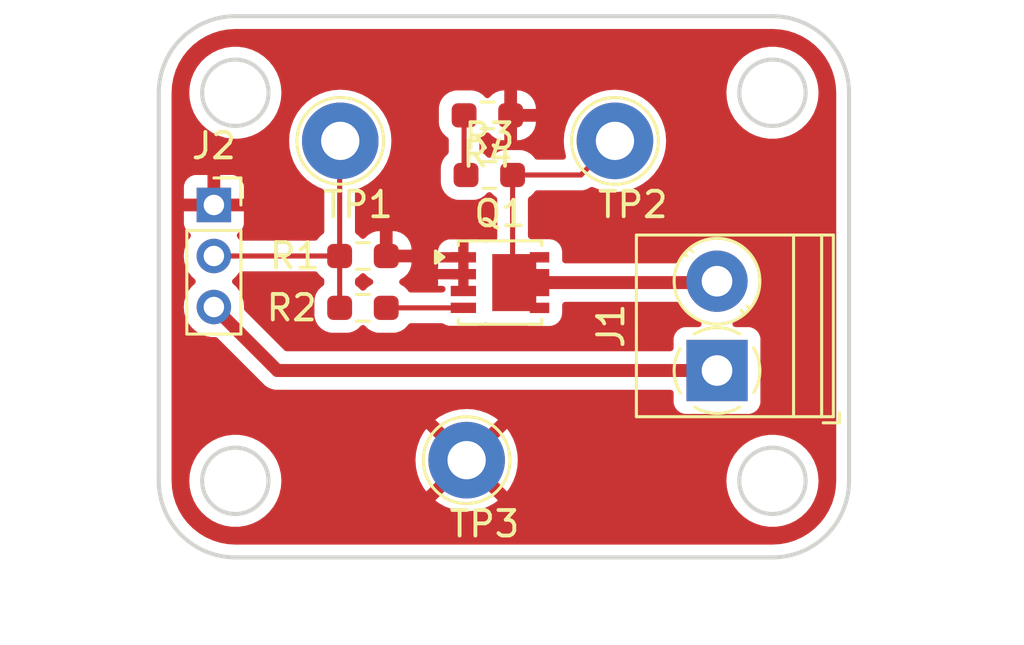
<source format=kicad_pcb>
(kicad_pcb (version 20240108) (generator "pcbnew") (generator_version "8.0")
  (layers (0 "F.Cu" signal) (31 "B.Cu" signal) (34 "B.Paste" user) (35 "F.Paste" user) (36 "B.SilkS" user "B.Silkscreen") (37 "F.SilkS" user "F.Silkscreen") (38 "B.Mask" user) (39 "F.Mask" user) (44 "Edge.Cuts" user))
  (net 0 "")
  (net 1 "+3.3V")
  (net 2 "Net-(Q1-G)")
  (net 3 "GNDD")
  (net 4 "/PyroController/Output")
  (net 5 "/PyroController/Input")
  (net 6 "Net-(R3-Pad2)")
  (footprint "Resistor_SMD:R_0603_1608Metric_Pad0.98x0.95mm_HandSolder" (layer "F.Cu") (at 36.576 29.337 180)
    (property "Reference" "R3" (at 0 1.524 0) (layer "F.SilkS"))
    (property "Value" "100K")
    (fp_line (start -0.254724 0.5225) (end 0.254724 0.5225) (stroke (width 0.12)) (layer "F.SilkS"))
    (fp_line (start -0.254724 -0.5225) (end 0.254724 -0.5225) (stroke (width 0.12)) (layer "F.SilkS"))
    (pad "1" smd roundrect (at -0.9125 0 180) (size 0.975 0.95) (layers "F.Cu" "F.Paste" "F.Mask") (net 4 "/PyroController/Output"))
    (pad "2" smd roundrect (at 0.9125 0 180) (size 0.975 0.95) (layers "F.Cu" "F.Paste" "F.Mask") (net 6 "Net-(R3-Pad2)"))
  )
  (footprint "TestPoint:TestPoint_Loop_D2.54mm_Drill1.5mm_Beaded" (layer "F.Cu") (at 41.5 28)
    (property "Reference" "TP2" (at 0.7 2.5 0) (layer "F.SilkS"))
    (property "Value" "TestPoint")
    (fp_circle (center 0 0) (end 1.7 0) (stroke (width 0.12)) (fill none) (layer "F.SilkS"))
    (pad "1" thru_hole circle (at 0 0) (size 3 3) (drill 1.5) (layers "*.Cu" "*.Mask") (net 4 "/PyroController/Output"))
  )
  (footprint "TerminalBlock_Phoenix:TerminalBlock_Phoenix_PT-1,5-2-3.5-H_1x02_P3.50mm_Horizontal" (layer "F.Cu") (at 45.5 37 90)
    (property "Reference" "J1" (at 1.75 -4.16 90) (layer "F.SilkS"))
    (property "Value" "Screw_Terminal_01x02")
    (fp_line (start 5.31 -3.16) (end 5.31 4.56) (stroke (width 0.12)) (layer "F.SilkS"))
    (fp_line (start -1.81 -3.16) (end 5.31 -3.16) (stroke (width 0.12)) (layer "F.SilkS"))
    (fp_line (start -1.81 -3.16) (end -1.81 4.56) (stroke (width 0.12)) (layer "F.SilkS"))
    (fp_line (start 4.57 -1.275) (end 4.476 -1.181) (stroke (width 0.12)) (layer "F.SilkS"))
    (fp_line (start 4.775 -1.069) (end 4.646 -0.941) (stroke (width 0.12)) (layer "F.SilkS"))
    (fp_line (start 2.355 0.941) (end 2.226 1.069) (stroke (width 0.12)) (layer "F.SilkS"))
    (fp_line (start 2.525 1.181) (end 2.431 1.274) (stroke (width 0.12)) (layer "F.SilkS"))
    (fp_line (start -1.81 3) (end 5.31 3) (stroke (width 0.12)) (layer "F.SilkS"))
    (fp_line (start -1.81 4.1) (end 5.31 4.1) (stroke (width 0.12)) (layer "F.SilkS"))
    (fp_line (start -2.05 4.16) (end -2.05 4.8) (stroke (width 0.12)) (layer "F.SilkS"))
    (fp_line (start -1.81 4.56) (end 5.31 4.56) (stroke (width 0.12)) (layer "F.SilkS"))
    (fp_line (start -2.05 4.8) (end -1.65 4.8) (stroke (width 0.12)) (layer "F.SilkS"))
    (fp_arc (start -0.889894 -1.425358) (mid -0.014012 -1.680286) (end 0.866 -1.44) (stroke (width 0.12)) (layer "F.SilkS"))
    (fp_arc (start 1.425504 -0.890193) (mid 1.680626 0.000476) (end 1.425 0.891) (stroke (width 0.12)) (layer "F.SilkS"))
    (fp_arc (start -1.425358 0.889894) (mid -1.680286 0.014012) (end -1.44 -0.866) (stroke (width 0.12)) (layer "F.SilkS"))
    (fp_arc (start 0.890264 1.424721) (mid 0.463071 1.61492) (end 0 1.68) (stroke (width 0.12)) (layer "F.SilkS"))
    (fp_arc (start 0.028674 1.680099) (mid -0.435535 1.622918) (end -0.866 1.44) (stroke (width 0.12)) (layer "F.SilkS"))
    (fp_circle (center 3.5 0) (end 5.18 0) (stroke (width 0.12)) (fill none) (layer "F.SilkS"))
    (pad "1" thru_hole rect (at 0 0 90) (size 2.4 2.4) (drill 1.2) (layers "*.Cu" "*.Mask") (net 1 "+3.3V"))
    (pad "2" thru_hole circle (at 3.5 0 90) (size 2.4 2.4) (drill 1.2) (layers "*.Cu" "*.Mask") (net 4 "/PyroController/Output"))
  )
  (footprint "TestPoint:TestPoint_Loop_D2.54mm_Drill1.5mm_Beaded" (layer "F.Cu") (at 30.734 28)
    (property "Reference" "TP1" (at 0.7 2.5 0) (layer "F.SilkS"))
    (property "Value" "TestPoint")
    (fp_circle (center 0 0) (end 1.7 0) (stroke (width 0.12)) (fill none) (layer "F.SilkS"))
    (pad "1" thru_hole circle (at 0 0) (size 3 3) (drill 1.5) (layers "*.Cu" "*.Mask") (net 5 "/PyroController/Input"))
  )
  (footprint "Connector_PinSocket_2.00mm:PinSocket_1x03_P2.00mm_Vertical" (layer "F.Cu") (at 25.781 30.512)
    (property "Reference" "J2" (at 0 -2.318 0) (layer "F.SilkS"))
    (property "Value" "Conn_01x03_Socket")
    (fp_line (start -1.06 1) (end -1.06 5.06) (stroke (width 0.12)) (layer "F.SilkS"))
    (fp_line (start -1.06 1) (end 1.06 1) (stroke (width 0.12)) (layer "F.SilkS"))
    (fp_line (start -1.06 5.06) (end 1.06 5.06) (stroke (width 0.12)) (layer "F.SilkS"))
    (fp_line (start 0 -1.06) (end 1.06 -1.06) (stroke (width 0.12)) (layer "F.SilkS"))
    (fp_line (start 1.06 -1.06) (end 1.06 0) (stroke (width 0.12)) (layer "F.SilkS"))
    (fp_line (start 1.06 1) (end 1.06 5.06) (stroke (width 0.12)) (layer "F.SilkS"))
    (pad "1" thru_hole rect (at 0 0) (size 1.35 1.35) (drill 0.8) (layers "*.Cu" "*.Mask") (net 3 "GNDD"))
    (pad "2" thru_hole oval (at 0 2) (size 1.35 1.35) (drill 0.8) (layers "*.Cu" "*.Mask") (net 5 "/PyroController/Input"))
    (pad "3" thru_hole oval (at 0 4) (size 1.35 1.35) (drill 0.8) (layers "*.Cu" "*.Mask") (net 1 "+3.3V"))
  )
  (footprint "Resistor_SMD:R_0603_1608Metric_Pad0.98x0.95mm_HandSolder" (layer "F.Cu") (at 36.5 27 180)
    (property "Reference" "R4" (at 0 -1.524 360) (layer "F.SilkS"))
    (property "Value" "27K")
    (fp_line (start -0.254724 0.5225) (end 0.254724 0.5225) (stroke (width 0.12)) (layer "F.SilkS"))
    (fp_line (start -0.254724 -0.5225) (end 0.254724 -0.5225) (stroke (width 0.12)) (layer "F.SilkS"))
    (pad "1" smd roundrect (at -0.9125 0 180) (size 0.975 0.95) (layers "F.Cu" "F.Paste" "F.Mask") (net 3 "GNDD"))
    (pad "2" smd roundrect (at 0.9125 0 180) (size 0.975 0.95) (layers "F.Cu" "F.Paste" "F.Mask") (net 6 "Net-(R3-Pad2)"))
  )
  (footprint "Package_SO:Vishay_PowerPAK_1212-8_Single" (layer "F.Cu") (at 36.995 33.554)
    (property "Reference" "Q1" (at 0 -2.7 0) (layer "F.SilkS"))
    (property "Value" "SiS454DN")
    (fp_line (start -1.635 -1.635) (end -1.635 -1.45) (stroke (width 0.12)) (layer "F.SilkS"))
    (fp_line (start -1.635 -1.635) (end 1.635 -1.635) (stroke (width 0.12)) (layer "F.SilkS"))
    (fp_line (start -1.635 1.45) (end -1.635 1.635) (stroke (width 0.12)) (layer "F.SilkS"))
    (fp_line (start -1.635 1.635) (end 1.635 1.635) (stroke (width 0.12)) (layer "F.SilkS"))
    (fp_line (start 1.635 -1.635) (end 1.635 -1.45) (stroke (width 0.12)) (layer "F.SilkS"))
    (fp_line (start 1.635 1.45) (end 1.635 1.635) (stroke (width 0.12)) (layer "F.SilkS"))
    (fp_poly (pts (xy -2.2 -1) (xy -2.53 -0.76) (xy -2.53 -1.24) (xy -2.2 -1)) (stroke (width 0.12)) (fill solid) (layer "F.SilkS"))
    (pad "1" smd rect (at -1.435 -0.99) (size 0.99 0.405) (layers "F.Cu" "F.Paste" "F.Mask") (net 3 "GNDD"))
    (pad "2" smd rect (at -1.435 -0.33) (size 0.99 0.405) (layers "F.Cu" "F.Paste" "F.Mask") (net 3 "GNDD"))
    (pad "3" smd rect (at -1.435 0.33) (size 0.99 0.405) (layers "F.Cu" "F.Paste" "F.Mask") (net 3 "GNDD"))
    (pad "4" smd rect (at -1.435 0.99) (size 0.99 0.405) (layers "F.Cu" "F.Paste" "F.Mask") (net 2 "Net-(Q1-G)"))
    (pad "5" smd custom (at 0.5575 0) (size 1.725 2.235) (layers "F.Cu" "F.Paste" "F.Mask") (net 4 "/PyroController/Output") (options (clearance outline) (anchor rect)) (primitives (gr_poly (pts (xy 1.3725 -0.7875) (xy 0.8625 -0.7875) (xy 0.8625 -0.5325) (xy 1.3725 -0.5325) (xy 1.3725 -0.1275) (xy 0.8625 -0.1275) (xy 0.8625 0.1275) (xy 1.3725 0.1275) (xy 1.3725 0.5325) (xy 0.8625 0.5325) (xy 0.8625 0.7875) (xy 1.3725 0.7875) (xy 1.3725 1.195) (xy 0.6125 1.195) (xy 0.6125 -1.195) (xy 1.3725 -1.195)) (width 0) (fill yes))))
  )
  (footprint "TestPoint:TestPoint_Loop_D2.54mm_Drill1.5mm_Beaded" (layer "F.Cu") (at 35.687 40.513)
    (property "Reference" "TP3" (at 0.7 2.5 0) (layer "F.SilkS"))
    (property "Value" "TestPoint")
    (fp_circle (center 0 0) (end 1.7 0) (stroke (width 0.12)) (fill none) (layer "F.SilkS"))
    (pad "1" thru_hole circle (at 0 0) (size 3 3) (drill 1.5) (layers "*.Cu" "*.Mask") (net 3 "GNDD"))
  )
  (footprint "Resistor_SMD:R_0603_1608Metric_Pad0.98x0.95mm_HandSolder" (layer "F.Cu") (at 31.623 32.512 180)
    (property "Reference" "R1" (at 2.667 0 0) (layer "F.SilkS"))
    (property "Value" "3.3K")
    (fp_line (start -0.254724 0.5225) (end 0.254724 0.5225) (stroke (width 0.12)) (layer "F.SilkS"))
    (fp_line (start -0.254724 -0.5225) (end 0.254724 -0.5225) (stroke (width 0.12)) (layer "F.SilkS"))
    (pad "1" smd roundrect (at -0.9125 0 180) (size 0.975 0.95) (layers "F.Cu" "F.Paste" "F.Mask") (net 3 "GNDD"))
    (pad "2" smd roundrect (at 0.9125 0 180) (size 0.975 0.95) (layers "F.Cu" "F.Paste" "F.Mask") (net 5 "/PyroController/Input"))
  )
  (footprint "Resistor_SMD:R_0603_1608Metric_Pad0.98x0.95mm_HandSolder" (layer "F.Cu") (at 31.623 34.544)
    (property "Reference" "R2" (at -2.794 0 0) (layer "F.SilkS"))
    (property "Value" "1K")
    (fp_line (start -0.254724 -0.5225) (end 0.254724 -0.5225) (stroke (width 0.12)) (layer "F.SilkS"))
    (fp_line (start -0.254724 0.5225) (end 0.254724 0.5225) (stroke (width 0.12)) (layer "F.SilkS"))
    (pad "1" smd roundrect (at -0.9125 0) (size 0.975 0.95) (layers "F.Cu" "F.Paste" "F.Mask") (net 5 "/PyroController/Input"))
    (pad "2" smd roundrect (at 0.9125 0) (size 0.975 0.95) (layers "F.Cu" "F.Paste" "F.Mask") (net 2 "Net-(Q1-G)"))
  )
  (gr_line (start 26.622 23.114) (end 47.673 23.114) (stroke (width 0.16)) (layer "Edge.Cuts"))
  (gr_circle (center 47.673 41.323) (end 46.373 41.323) (stroke (width 0.16)) (fill none) (layer "Edge.Cuts"))
  (gr_circle (center 26.622 26.114) (end 25.322 26.114) (stroke (width 0.16)) (fill none) (layer "Edge.Cuts"))
  (gr_line (start 50.673 26.114) (end 50.673 41.323) (stroke (width 0.16)) (layer "Edge.Cuts"))
  (gr_circle (center 47.673 26.114) (end 46.373 26.114) (stroke (width 0.16)) (fill none) (layer "Edge.Cuts"))
  (gr_line (start 23.622 41.323) (end 23.622 26.114) (stroke (width 0.16)) (layer "Edge.Cuts"))
  (gr_arc (start 23.622 26.114) (mid 24.50068 23.99268) (end 26.622 23.114) (stroke (width 0.16)) (layer "Edge.Cuts"))
  (gr_arc (start 47.673 23.114) (mid 49.79432 23.99268) (end 50.673 26.114) (stroke (width 0.16)) (layer "Edge.Cuts"))
  (gr_arc (start 26.622 44.323) (mid 24.50068 43.44432) (end 23.622 41.323) (stroke (width 0.16)) (layer "Edge.Cuts"))
  (gr_circle (center 26.622 41.323) (end 25.322 41.323) (stroke (width 0.16)) (fill none) (layer "Edge.Cuts"))
  (gr_arc (start 50.673 41.323) (mid 49.79432 43.44432) (end 47.673 44.323) (stroke (width 0.16)) (layer "Edge.Cuts"))
  (gr_line (start 47.673 44.323) (end 26.622 44.323) (stroke (width 0.16)) (layer "Edge.Cuts"))
  (segment (start 45.5 37) (end 28.269 37) (width 0.508) (layer "F.Cu") (net 1))
  (segment (start 28.269 37) (end 25.781 34.512) (width 0.508) (layer "F.Cu") (net 1))
  (segment (start 32.5355 34.544) (end 35.56 34.544) (width 0.2) (layer "F.Cu") (net 2))
  (segment (start 35.56 33.884) (end 35.56 32.564) (width 0.2) (layer "F.Cu") (net 3))
  (segment (start 32.5355 32.512) (end 35.508 32.512) (width 0.2) (layer "F.Cu") (net 3))
  (segment (start 35.508 32.512) (end 35.56 32.564) (width 0.2) (layer "F.Cu") (net 3))
  (segment (start 37.4885 29.337) (end 37.4885 33.49) (width 0.2) (layer "F.Cu") (net 4))
  (segment (start 40.163 29.337) (end 37.4885 29.337) (width 0.2) (layer "F.Cu") (net 4))
  (segment (start 45.446 33.554) (end 45.5 33.5) (width 0.2) (layer "F.Cu") (net 4))
  (segment (start 37.4885 33.49) (end 37.5525 33.554) (width 0.2) (layer "F.Cu") (net 4))
  (segment (start 41.5 28) (end 40.163 29.337) (width 0.2) (layer "F.Cu") (net 4))
  (segment (start 37.5525 33.554) (end 45.446 33.554) (width 0.508) (layer "F.Cu") (net 4))
  (segment (start 25.769 32.5) (end 25.781 32.512) (width 0.2) (layer "F.Cu") (net 5))
  (segment (start 31 28) (end 30.7105 28.2895) (width 0.2) (layer "F.Cu") (net 5))
  (segment (start 30.7105 34.544) (end 30.7105 32.512) (width 0.2) (layer "F.Cu") (net 5))
  (segment (start 25.781 32.512) (end 30.7105 32.512) (width 0.2) (layer "F.Cu") (net 5))
  (segment (start 30.7105 28.2895) (end 30.7105 32.512) (width 0.2) (layer "F.Cu") (net 5))
  (segment (start 35.5875 29.261) (end 35.6635 29.337) (width 0.2) (layer "F.Cu") (net 6))
  (segment (start 35.5875 27) (end 35.5875 29.261) (width 0.2) (layer "F.Cu") (net 6))
  (zone (net 3) (net_name "GNDD") (layer "F.Cu") (connect_pads (clearance 0.5)) (min_thickness 0.25) (fill yes (thermal_gap 0.5) (thermal_bridge_width 0.5) (island_removal_mode 1) (island_area_min 9.999998))
    (polygon (pts (xy 17.399 47.117) (xy 17.78 22.479) (xy 57.404 22.86) (xy 57.531 47.752)))
  )
)
</source>
